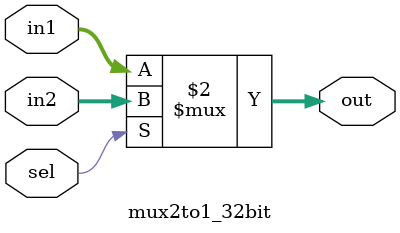
<source format=sv>
`ifndef _mux2to1_32bit
`define _mux2to1_32bit 
module mux2to1_32bit(
input [31:0] in1, in2,   
input sel,
output logic [31:0] out
);
assign out = (sel == 1'b0) ? in1 : in2;

endmodule`endif

</source>
